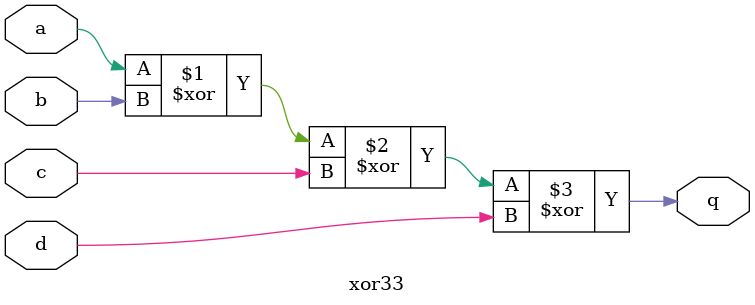
<source format=v>
module xor33(q,a,b,c,d);
	input a,b,c,d;
	output q;
	assign q=a^b^c^d;
endmodule

</source>
